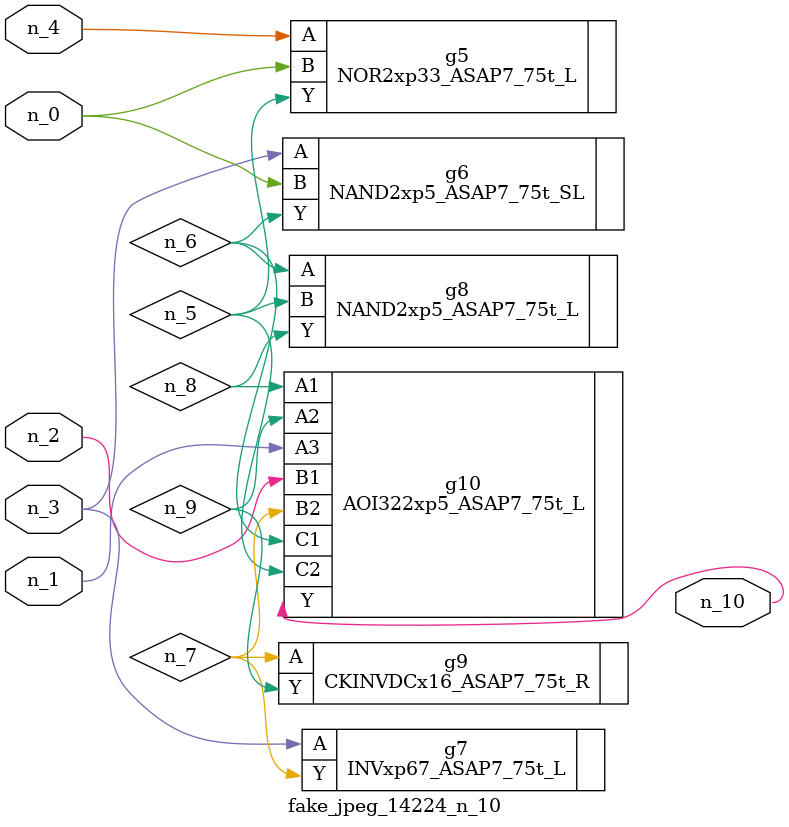
<source format=v>
module fake_jpeg_14224_n_10 (n_3, n_2, n_1, n_0, n_4, n_10);

input n_3;
input n_2;
input n_1;
input n_0;
input n_4;

output n_10;

wire n_8;
wire n_9;
wire n_6;
wire n_5;
wire n_7;

NOR2xp33_ASAP7_75t_L g5 ( 
.A(n_4),
.B(n_0),
.Y(n_5)
);

NAND2xp5_ASAP7_75t_SL g6 ( 
.A(n_3),
.B(n_0),
.Y(n_6)
);

INVxp67_ASAP7_75t_L g7 ( 
.A(n_3),
.Y(n_7)
);

NAND2xp5_ASAP7_75t_L g8 ( 
.A(n_6),
.B(n_5),
.Y(n_8)
);

AOI322xp5_ASAP7_75t_L g10 ( 
.A1(n_8),
.A2(n_9),
.A3(n_1),
.B1(n_2),
.B2(n_7),
.C1(n_6),
.C2(n_5),
.Y(n_10)
);

CKINVDCx16_ASAP7_75t_R g9 ( 
.A(n_7),
.Y(n_9)
);


endmodule
</source>
